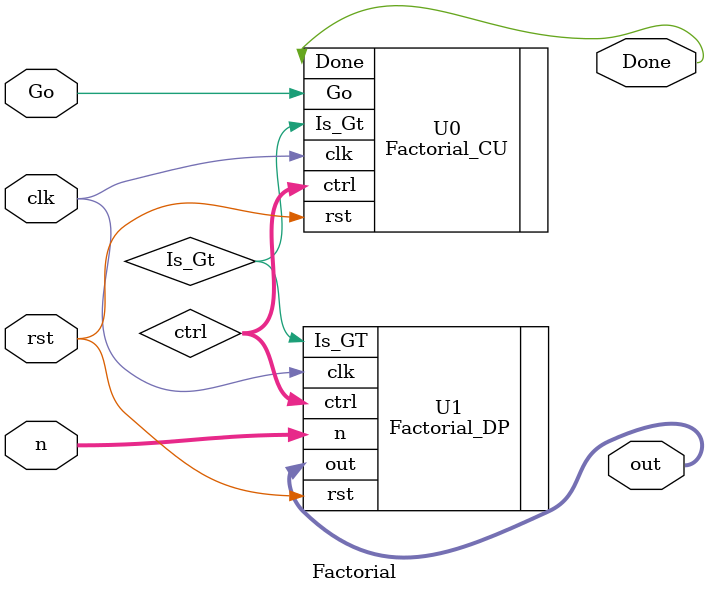
<source format=v>
`timescale 1ns / 1ps


module Factorial(input [3:0] n,
                 input Go, clk, rst,
                 output Done,
                 output [31:0] out);

wire [5:0] ctrl;
wire Is_Gt;
Factorial_CU U0 (.Go(Go), .clk(clk), .rst(rst), .Is_Gt(Is_Gt), .Done(Done), .ctrl(ctrl));
Factorial_DP U1 ( .n(n), .ctrl(ctrl), .clk(clk), .rst(rst), .out(out), .Is_GT(Is_Gt));
endmodule

</source>
